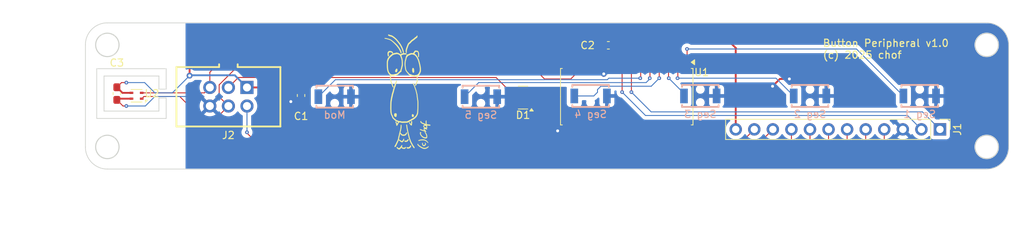
<source format=kicad_pcb>
(kicad_pcb (version 20241229) (generator "pcbnew") (generator_version "9.0")
  (title_block (company "chof.org"))
  (layers (0 "F.Cu" signal) (2 "B.Cu" signal) (13 "F.Paste" user) (15 "B.Paste" user) (5 "F.SilkS" user "F.Silkscreen") (7 "B.SilkS" user "B.Silkscreen") (1 "F.Mask" user) (3 "B.Mask" user) (25 "Edge.Cuts" user))
  (net 0 "")
  (net 1 "~{GPB_INT}")
  (net 2 "Net-(J2-Pin_3)")
  (net 3 "~{GPA_INT}")
  (net 4 "IOEXP_SCK")
  (net 5 "IOEXP_SDA")
  (net 6 "+3V3")
  (net 7 "GND")
  (net 8 "~{RESET}")
  (net 9 "Net-(U1-GPB0)")
  (net 10 "Net-(U1-GPB1)")
  (net 11 "Net-(U1-GPB2)")
  (net 12 "Net-(U1-GPB3)")
  (net 13 "Net-(U1-GPB4)")
  (net 14 "Net-(U1-GPB5)")
  (net 15 "Net-(J1-Pin_9)")
  (net 16 "Net-(J1-Pin_11)")
  (net 17 "Net-(J1-Pin_8)")
  (net 19 "Net-(J1-Pin_7)")
  (net 20 "Net-(J1-Pin_10)")
  (net 21 "Net-(J1-Pin_4)")
  (net 23 "Net-(J1-Pin_6)")
  (net 24 "Net-(J1-Pin_2)")
  (net 25 "Net-(J1-Pin_5)")
  (net 26 "Net-(J1-Pin_1)")
  (footprint "Capacitor_SMD:C_0603_1608Metric_Pad1.08x0.95mm_HandSolder" (layer "F.Cu") (at 154.2375 55 180)
    (property "Reference" "C2" (at 2.8375 0 0) (layer "F.SilkS"))
    (property "Value" "0.1uF")
    (pad "1" smd roundrect (at -0.8625 0 180) (size 1.075 0.95) (layers "F.Cu" "F.Mask" "F.Paste") (net 6 "+3V3"))
    (pad "2" smd roundrect (at 0.8625 0 180) (size 1.075 0.95) (layers "F.Cu" "F.Mask" "F.Paste") (net 7 "GND"))
  )
  (footprint "Connector_PinHeader_2.54mm:PinHeader_1x12_P2.54mm_Vertical" (layer "F.Cu") (at 199.6 66.5 -90)
    (property "Reference" "J1" (at 0 -2.38 90) (layer "F.SilkS"))
    (property "Value" "Spare Pins")
    (pad "1" thru_hole rect (at 0 0 270) (size 1.7 1.7) (drill 1) (layers "*.Cu" "*.Mask") (net 26 "Net-(J1-Pin_1)"))
    (pad "2" thru_hole circle (at 0 2.54 270) (size 1.7 1.7) (drill 1) (layers "*.Cu" "*.Mask") (net 24 "Net-(J1-Pin_2)"))
    (pad "3" thru_hole circle (at 0 5.08 270) (size 1.7 1.7) (drill 1) (layers "*.Cu" "*.Mask") (net 7 "GND"))
    (pad "4" thru_hole circle (at 0 7.62 270) (size 1.7 1.7) (drill 1) (layers "*.Cu" "*.Mask") (net 21 "Net-(J1-Pin_4)"))
    (pad "5" thru_hole circle (at 0 10.16 270) (size 1.7 1.7) (drill 1) (layers "*.Cu" "*.Mask") (net 25 "Net-(J1-Pin_5)"))
    (pad "6" thru_hole circle (at 0 12.7 270) (size 1.7 1.7) (drill 1) (layers "*.Cu" "*.Mask") (net 23 "Net-(J1-Pin_6)"))
    (pad "7" thru_hole circle (at 0 15.24 270) (size 1.7 1.7) (drill 1) (layers "*.Cu" "*.Mask") (net 19 "Net-(J1-Pin_7)"))
    (pad "8" thru_hole circle (at 0 17.78 270) (size 1.7 1.7) (drill 1) (layers "*.Cu" "*.Mask") (net 17 "Net-(J1-Pin_8)"))
    (pad "9" thru_hole circle (at 0 20.32 270) (size 1.7 1.7) (drill 1) (layers "*.Cu" "*.Mask") (net 15 "Net-(J1-Pin_9)"))
    (pad "10" thru_hole circle (at 0 22.86 270) (size 1.7 1.7) (drill 1) (layers "*.Cu" "*.Mask") (net 20 "Net-(J1-Pin_10)"))
    (pad "11" thru_hole circle (at 0 25.4 270) (size 1.7 1.7) (drill 1) (layers "*.Cu" "*.Mask") (net 16 "Net-(J1-Pin_11)"))
    (pad "12" thru_hole circle (at 0 27.94 270) (size 1.7 1.7) (drill 1) (layers "*.Cu" "*.Mask") (net 6 "+3V3"))
  )
  (footprint "Capacitor_SMD:C_0603_1608Metric_Pad1.08x0.95mm_HandSolder" (layer "F.Cu") (at 87 61.6 -90)
    (property "Reference" "C3" (at -4.2 0 0) (layer "F.SilkS"))
    (property "Value" "0.1uF")
    (pad "1" smd roundrect (at -0.8625 0 270) (size 1.075 0.95) (layers "F.Cu" "F.Mask" "F.Paste") (net 6 "+3V3"))
    (pad "2" smd roundrect (at 0.8625 0 270) (size 1.075 0.95) (layers "F.Cu" "F.Mask" "F.Paste") (net 7 "GND"))
  )
  (footprint "Package_TO_SOT_SMD:SOT-23" (layer "F.Cu") (at 142.5625 62.15 180)
    (property "Reference" "D1" (at 0 -2.4 0) (layer "F.SilkS"))
    (property "Value" "BAT54C")
    (pad "1" smd roundrect (at -0.9375 -0.95 180) (size 1.475 0.6) (layers "F.Cu" "F.Mask" "F.Paste") (net 3 "~{GPA_INT}"))
    (pad "2" smd roundrect (at -0.9375 0.95 180) (size 1.475 0.6) (layers "F.Cu" "F.Mask" "F.Paste") (net 1 "~{GPB_INT}"))
    (pad "3" smd roundrect (at 0.9375 0 180) (size 1.475 0.6) (layers "F.Cu" "F.Mask" "F.Paste") (net 2 "Net-(J2-Pin_3)"))
  )
  (footprint "Chof747_Connectors:HDR-TH_6P-P2.54-V-F-R2-C3-S2.54-4" (layer "F.Cu") (at 102.26 62.03425 180)
    (property "Reference" "J2" (at 0 -5.27 0) (layer "F.SilkS"))
    (property "Value" "IC2_Header")
    (pad "1" thru_hole rect (at -2.54 1.27 180) (size 1.8 1.8) (drill 1.100023) (layers "*.Cu" "*.Mask") (net 6 "+3V3"))
    (pad "2" thru_hole circle (at -2.54 -1.27 180) (size 1.8 1.8) (drill 1.100023) (layers "*.Cu" "*.Mask") (net 8 "~{RESET}"))
    (pad "3" thru_hole circle (at 0 1.27 180) (size 1.8 1.8) (drill 1.100023) (layers "*.Cu" "*.Mask") (net 2 "Net-(J2-Pin_3)"))
    (pad "4" thru_hole circle (at 0 -1.27 180) (size 1.8 1.8) (drill 1.100023) (layers "*.Cu" "*.Mask") (net 5 "IOEXP_SDA"))
    (pad "5" thru_hole circle (at 2.54 1.27 180) (size 1.8 1.8) (drill 1.100023) (layers "*.Cu" "*.Mask") (net 4 "IOEXP_SCK"))
    (pad "6" thru_hole circle (at 2.54 -1.27 180) (size 1.8 1.8) (drill 1.100023) (layers "*.Cu" "*.Mask") (net 7 "GND"))
  )
  (footprint "Capacitor_SMD:C_0603_1608Metric_Pad1.08x0.95mm_HandSolder" (layer "F.Cu") (at 112.2 61.8625 -90)
    (property "Reference" "C1" (at 2.8375 0 180) (layer "F.SilkS"))
    (property "Value" "10uF")
    (pad "1" smd roundrect (at -0.8625 0 270) (size 1.075 0.95) (layers "F.Cu" "F.Mask" "F.Paste") (net 6 "+3V3"))
    (pad "2" smd roundrect (at 0.8625 0 270) (size 1.075 0.95) (layers "F.Cu" "F.Mask" "F.Paste") (net 7 "GND"))
  )
  (footprint "Sensor_Humidity:Sensirion_DFN-4_1.5x1.5mm_P0.8mm_SHT4x_NoCentralPad" (layer "F.Cu") (at 89.7 61.9 180)
    (property "Reference" "U2" (at -2.1 0.3 0) (layer "F.SilkS"))
    (property "Value" "SHT4x")
    (pad "1" smd rect (at -0.7 -0.4 180) (size 0.5 0.3) (layers "F.Cu" "F.Mask" "F.Paste") (net 5 "IOEXP_SDA"))
    (pad "2" smd rect (at -0.7 0.4 180) (size 0.5 0.3) (layers "F.Cu" "F.Mask" "F.Paste") (net 4 "IOEXP_SCK"))
    (pad "3" smd rect (at 0.7 0.4 180) (size 0.5 0.3) (layers "F.Cu" "F.Mask" "F.Paste") (net 6 "+3V3"))
    (pad "4" smd rect (at 0.7 -0.4 180) (size 0.5 0.3) (layers "F.Cu" "F.Mask" "F.Paste") (net 7 "GND"))
  )
  (footprint "LOGO" (layer "F.Cu") (at 126.5 61.8)
    (property "Reference" "G***" (hide yes))
    (property "Value" "LOGO" (hide yes))
  )
  (footprint "Package_SO:SOIC-28W_7.5x17.9mm_P1.27mm" (layer "F.Cu") (at 156.755 62.02675 -90)
    (property "Reference" "U1" (at -3.32675 -10.245 180) (layer "F.SilkS"))
    (property "Value" "MCP23017_SO")
    (pad "1" smd roundrect (at -4.65 -8.255 270) (size 2.05 0.6) (layers "F.Cu" "F.Mask" "F.Paste") (net 9 "Net-(U1-GPB0)"))
    (pad "2" smd roundrect (at -4.65 -6.985 270) (size 2.05 0.6) (layers "F.Cu" "F.Mask" "F.Paste") (net 10 "Net-(U1-GPB1)"))
    (pad "3" smd roundrect (at -4.65 -5.715 270) (size 2.05 0.6) (layers "F.Cu" "F.Mask" "F.Paste") (net 11 "Net-(U1-GPB2)"))
    (pad "4" smd roundrect (at -4.65 -4.445 270) (size 2.05 0.6) (layers "F.Cu" "F.Mask" "F.Paste") (net 12 "Net-(U1-GPB3)"))
    (pad "5" smd roundrect (at -4.65 -3.175 270) (size 2.05 0.6) (layers "F.Cu" "F.Mask" "F.Paste") (net 13 "Net-(U1-GPB4)"))
    (pad "6" smd roundrect (at -4.65 -1.905 270) (size 2.05 0.6) (layers "F.Cu" "F.Mask" "F.Paste") (net 14 "Net-(U1-GPB5)"))
    (pad "7" smd roundrect (at -4.65 -0.635 270) (size 2.05 0.6) (layers "F.Cu" "F.Mask" "F.Paste") (net 26 "Net-(J1-Pin_1)"))
    (pad "8" smd roundrect (at -4.65 0.635 270) (size 2.05 0.6) (layers "F.Cu" "F.Mask" "F.Paste") (net 24 "Net-(J1-Pin_2)"))
    (pad "9" smd roundrect (at -4.65 1.905 270) (size 2.05 0.6) (layers "F.Cu" "F.Mask" "F.Paste") (net 6 "+3V3"))
    (pad "10" smd roundrect (at -4.65 3.175 270) (size 2.05 0.6) (layers "F.Cu" "F.Mask" "F.Paste") (net 7 "GND"))
    (pad "11" smd roundrect (at -4.65 4.445 270) (size 2.05 0.6) (layers "F.Cu" "F.Mask" "F.Paste"))
    (pad "12" smd roundrect (at -4.65 5.715 270) (size 2.05 0.6) (layers "F.Cu" "F.Mask" "F.Paste") (net 4 "IOEXP_SCK"))
    (pad "13" smd roundrect (at -4.65 6.985 270) (size 2.05 0.6) (layers "F.Cu" "F.Mask" "F.Paste") (net 5 "IOEXP_SDA"))
    (pad "14" smd roundrect (at -4.65 8.255 270) (size 2.05 0.6) (layers "F.Cu" "F.Mask" "F.Paste"))
    (pad "15" smd roundrect (at 4.65 8.255 270) (size 2.05 0.6) (layers "F.Cu" "F.Mask" "F.Paste") (net 7 "GND"))
    (pad "16" smd roundrect (at 4.65 6.985 270) (size 2.05 0.6) (layers "F.Cu" "F.Mask" "F.Paste") (net 7 "GND"))
    (pad "17" smd roundrect (at 4.65 5.715 270) (size 2.05 0.6) (layers "F.Cu" "F.Mask" "F.Paste") (net 7 "GND"))
    (pad "18" smd roundrect (at 4.65 4.445 270) (size 2.05 0.6) (layers "F.Cu" "F.Mask" "F.Paste") (net 8 "~{RESET}"))
    (pad "19" smd roundrect (at 4.65 3.175 270) (size 2.05 0.6) (layers "F.Cu" "F.Mask" "F.Paste") (net 1 "~{GPB_INT}"))
    (pad "20" smd roundrect (at 4.65 1.905 270) (size 2.05 0.6) (layers "F.Cu" "F.Mask" "F.Paste") (net 3 "~{GPA_INT}"))
    (pad "21" smd roundrect (at 4.65 0.635 270) (size 2.05 0.6) (layers "F.Cu" "F.Mask" "F.Paste") (net 21 "Net-(J1-Pin_4)"))
    (pad "22" smd roundrect (at 4.65 -0.635 270) (size 2.05 0.6) (layers "F.Cu" "F.Mask" "F.Paste") (net 25 "Net-(J1-Pin_5)"))
    (pad "23" smd roundrect (at 4.65 -1.905 270) (size 2.05 0.6) (layers "F.Cu" "F.Mask" "F.Paste") (net 23 "Net-(J1-Pin_6)"))
    (pad "24" smd roundrect (at 4.65 -3.175 270) (size 2.05 0.6) (layers "F.Cu" "F.Mask" "F.Paste") (net 19 "Net-(J1-Pin_7)"))
    (pad "25" smd roundrect (at 4.65 -4.445 270) (size 2.05 0.6) (layers "F.Cu" "F.Mask" "F.Paste") (net 17 "Net-(J1-Pin_8)"))
    (pad "26" smd roundrect (at 4.65 -5.715 270) (size 2.05 0.6) (layers "F.Cu" "F.Mask" "F.Paste") (net 15 "Net-(J1-Pin_9)"))
    (pad "27" smd roundrect (at 4.65 -6.985 270) (size 2.05 0.6) (layers "F.Cu" "F.Mask" "F.Paste") (net 20 "Net-(J1-Pin_10)"))
    (pad "28" smd roundrect (at 4.65 -8.255 270) (size 2.05 0.6) (layers "F.Cu" "F.Mask" "F.Paste") (net 16 "Net-(J1-Pin_11)"))
  )
  (footprint "Chof747_Footprints:KEY-SMD_L3.9-W3.0-LS5.0-EH" (layer "B.Cu") (at 196.83 61.92675)
    (property "Reference" "SW1" (hide yes))
    (property "Value" "Seg 1" (at 0 2.5 180) (layer "B.SilkS") (effects (justify mirror)))
    (pad "" np_thru_hole circle (at 0 -0.9) (size 0.7 0.7) (drill 0.7) (layers "*.Cu" "*.Mask"))
    (pad "" np_thru_hole circle (at 0 0.9) (size 0.7 0.7) (drill 0.7) (layers "*.Cu" "*.Mask"))
    (pad "1" smd rect (at -2.23 0) (size 1.05 2) (layers "B.Cu" "B.Mask" "B.Paste") (net 9 "Net-(U1-GPB0)"))
    (pad "2" smd rect (at 2.23 0) (size 1.05 2) (layers "B.Cu" "B.Mask" "B.Paste") (net 7 "GND"))
  )
  (footprint "Chof747_Footprints:KEY-SMD_L3.9-W3.0-LS5.0-EH" (layer "B.Cu") (at 151.8075 61.92675)
    (property "Reference" "SW4" (hide yes))
    (property "Value" "Seg 4" (at 0 2.5 180) (layer "B.SilkS") (effects (justify mirror)))
    (pad "" np_thru_hole circle (at 0 -0.9) (size 0.7 0.7) (drill 0.7) (layers "*.Cu" "*.Mask"))
    (pad "" np_thru_hole circle (at 0 0.9) (size 0.7 0.7) (drill 0.7) (layers "*.Cu" "*.Mask"))
    (pad "1" smd rect (at -2.23 0) (size 1.05 2) (layers "B.Cu" "B.Mask" "B.Paste") (net 12 "Net-(U1-GPB3)"))
    (pad "2" smd rect (at 2.23 0) (size 1.05 2) (layers "B.Cu" "B.Mask" "B.Paste") (net 7 "GND"))
  )
  (footprint "Chof747_Footprints:KEY-SMD_L3.9-W3.0-LS5.0-EH" (layer "B.Cu") (at 136.8 62.02675)
    (property "Reference" "SW5" (hide yes))
    (property "Value" "Seg 5" (at 0 2.5 180) (layer "B.SilkS") (effects (justify mirror)))
    (pad "" np_thru_hole circle (at 0 -0.9) (size 0.7 0.7) (drill 0.7) (layers "*.Cu" "*.Mask"))
    (pad "" np_thru_hole circle (at 0 0.9) (size 0.7 0.7) (drill 0.7) (layers "*.Cu" "*.Mask"))
    (pad "1" smd rect (at -2.23 0) (size 1.05 2) (layers "B.Cu" "B.Mask" "B.Paste") (net 13 "Net-(U1-GPB4)"))
    (pad "2" smd rect (at 2.23 0) (size 1.05 2) (layers "B.Cu" "B.Mask" "B.Paste") (net 7 "GND"))
  )
  (footprint "Chof747_Footprints:KEY-SMD_L3.9-W3.0-LS5.0-EH" (layer "B.Cu") (at 166.815 61.92675)
    (property "Reference" "SW3" (hide yes))
    (property "Value" "Seg 3" (at 0 2.5 180) (layer "B.SilkS") (effects (justify mirror)))
    (pad "" np_thru_hole circle (at 0 -0.9) (size 0.7 0.7) (drill 0.7) (layers "*.Cu" "*.Mask"))
    (pad "" np_thru_hole circle (at 0 0.9) (size 0.7 0.7) (drill 0.7) (layers "*.Cu" "*.Mask"))
    (pad "1" smd rect (at -2.23 0) (size 1.05 2) (layers "B.Cu" "B.Mask" "B.Paste") (net 11 "Net-(U1-GPB2)"))
    (pad "2" smd rect (at 2.23 0) (size 1.05 2) (layers "B.Cu" "B.Mask" "B.Paste") (net 7 "GND"))
  )
  (footprint "Chof747_Footprints:KEY-SMD_L3.9-W3.0-LS5.0-EH" (layer "B.Cu") (at 116.8 62.02675)
    (property "Reference" "SW6" (hide yes))
    (property "Value" "Mod" (at 0 2.5 180) (layer "B.SilkS") (effects (justify mirror)))
    (pad "" np_thru_hole circle (at 0 -0.9) (size 0.7 0.7) (drill 0.7) (layers "*.Cu" "*.Mask"))
    (pad "" np_thru_hole circle (at 0 0.9) (size 0.7 0.7) (drill 0.7) (layers "*.Cu" "*.Mask"))
    (pad "1" smd rect (at -2.23 0) (size 1.05 2) (layers "B.Cu" "B.Mask" "B.Paste") (net 14 "Net-(U1-GPB5)"))
    (pad "2" smd rect (at 2.23 0) (size 1.05 2) (layers "B.Cu" "B.Mask" "B.Paste") (net 7 "GND"))
  )
  (footprint "Chof747_Footprints:KEY-SMD_L3.9-W3.0-LS5.0-EH" (layer "B.Cu") (at 181.8225 61.92675)
    (property "Reference" "SW2" (hide yes))
    (property "Value" "Seg 2" (at 0 2.5 180) (layer "B.SilkS") (effects (justify mirror)))
    (pad "" np_thru_hole circle (at 0 -0.9) (size 0.7 0.7) (drill 0.7) (layers "*.Cu" "*.Mask"))
    (pad "" np_thru_hole circle (at 0 0.9) (size 0.7 0.7) (drill 0.7) (layers "*.Cu" "*.Mask"))
    (pad "1" smd rect (at -2.23 0) (size 1.05 2) (layers "B.Cu" "B.Mask" "B.Paste") (net 10 "Net-(U1-GPB1)"))
    (pad "2" smd rect (at 2.23 0) (size 1.05 2) (layers "B.Cu" "B.Mask" "B.Paste") (net 7 "GND"))
  )
  (gr_line (start 93.75 58.2) (end 93.75 61) (stroke (width 0.1)) (layer "Edge.Cuts"))
  (gr_line (start 92.75 59.2) (end 92.75 61) (stroke (width 0.1)) (layer "Edge.Cuts"))
  (gr_circle (center 85.7 54.941738) (end 87.3 54.9) (stroke (width 0.15)) (fill no) (layer "Edge.Cuts"))
  (gr_line (start 84.25 58.2) (end 93.75 58.2) (stroke (width 0.1)) (layer "Edge.Cuts"))
  (gr_line (start 84.25 65) (end 93.75 65) (stroke (width 0.1)) (layer "Edge.Cuts"))
  (gr_line (start 206 71.92675) (end 85.7 71.92675) (stroke (width 0.1)) (layer "Edge.Cuts"))
  (gr_circle (center 206 54.941738) (end 207.6 54.9) (stroke (width 0.15)) (fill no) (layer "Edge.Cuts"))
  (gr_arc (start 82.7 54.92675) (mid 83.57868 52.80543) (end 85.7 51.92675) (stroke (width 0.1)) (layer "Edge.Cuts"))
  (gr_line (start 85.7 51.92675) (end 206 51.92675) (stroke (width 0.1)) (layer "Edge.Cuts"))
  (gr_arc (start 85.7 71.92675) (mid 83.57868 71.04807) (end 82.7 68.92675) (stroke (width 0.1)) (layer "Edge.Cuts"))
  (gr_line (start 85.25 64) (end 85.25 59.2) (stroke (width 0.1)) (layer "Edge.Cuts"))
  (gr_line (start 84.25 65) (end 84.25 58.2) (stroke (width 0.1)) (layer "Edge.Cuts"))
  (gr_line (start 92.75 61) (end 93.75 61) (stroke (width 0.1)) (layer "Edge.Cuts"))
  (gr_circle (center 206 68.9) (end 207.6 68.858262) (stroke (width 0.15)) (fill no) (layer "Edge.Cuts"))
  (gr_line (start 209 54.92675) (end 209 68.92675) (stroke (width 0.1)) (layer "Edge.Cuts"))
  (gr_arc (start 209 68.92675) (mid 208.121303 71.048038) (end 206 71.92675) (stroke (width 0.1)) (layer "Edge.Cuts"))
  (gr_line (start 92.75 59.2) (end 85.25 59.2) (stroke (width 0.1)) (layer "Edge.Cuts"))
  (gr_line (start 92.75 64) (end 85.25 64) (stroke (width 0.1)) (layer "Edge.Cuts"))
  (gr_circle (center 85.7 68.9) (end 87.3 68.858262) (stroke (width 0.15)) (fill no) (layer "Edge.Cuts"))
  (gr_line (start 93.75 62.2) (end 93.75 65) (stroke (width 0.1)) (layer "Edge.Cuts"))
  (gr_line (start 82.7 68.92675) (end 82.7 54.92675) (stroke (width 0.1)) (layer "Edge.Cuts"))
  (gr_line (start 92.75 62.2) (end 92.75 64) (stroke (width 0.1)) (layer "Edge.Cuts"))
  (gr_arc (start 206 51.92675) (mid 208.121338 52.805427) (end 209 54.92675) (stroke (width 0.1)) (layer "Edge.Cuts"))
  (gr_line (start 92.75 62.2) (end 93.75 62.2) (stroke (width 0.1)) (layer "Edge.Cuts"))
  (gr_text "Button Peripheral v1.0\n(c) 2025 chof" (at 183.5 56.9 0) (layer "F.SilkS") (effects (font (size 1 1)) (justify left bottom)))
  (segment (start 142.1 63.1) (end 143.5 61.7) (width 0.13) (layer "F.Cu") (net 1))
  (segment (start 143.5 61.7) (end 143.5 61.2) (width 0.13) (layer "F.Cu") (net 1))
  (segment (start 153.58 66.67675) (end 153.58 65.58) (width 0.13) (layer "F.Cu") (net 1))
  (segment (start 143.2 65) (end 142.1 63.9) (width 0.13) (layer "F.Cu") (net 1))
  (segment (start 153.58 65.58) (end 153 65) (width 0.13) (layer "F.Cu") (net 1))
  (segment (start 142.1 63.9) (end 142.1 63.1) (width 0.13) (layer "F.Cu") (net 1))
  (segment (start 153 65) (end 143.2 65) (width 0.13) (layer "F.Cu") (net 1))
  (segment (start 102.26 60.76425) (end 103.62425 59.4) (width 0.13) (layer "F.Cu") (net 2))
  (segment (start 103.62425 59.4) (end 138.875 59.4) (width 0.13) (layer "F.Cu") (net 2))
  (segment (start 138.875 59.4) (end 141.625 62.15) (width 0.13) (layer "F.Cu") (net 2))
  (segment (start 154.85 66.67675) (end 154.85 64.15) (width 0.13) (layer "F.Cu") (net 3))
  (segment (start 154.4 63.7) (end 145.7 63.7) (width 0.13) (layer "F.Cu") (net 3))
  (segment (start 145.1 63.1) (end 143.5 63.1) (width 0.13) (layer "F.Cu") (net 3))
  (segment (start 154.85 64.15) (end 154.4 63.7) (width 0.13) (layer "F.Cu") (net 3))
  (segment (start 145.7 63.7) (end 145.1 63.1) (width 0.13) (layer "F.Cu") (net 3))
  (segment (start 151.04 56.44) (end 151.04 57.37675) (width 0.13) (layer "F.Cu") (net 4))
  (segment (start 99.72 58.68) (end 103 55.4) (width 0.13) (layer "F.Cu") (net 4))
  (segment (start 99.72 60.76425) (end 99.72 58.68) (width 0.13) (layer "F.Cu") (net 4))
  (segment (start 90.4 61.5) (end 98.98425 61.5) (width 0.13) (layer "F.Cu") (net 4))
  (segment (start 150 55.4) (end 151.04 56.44) (width 0.13) (layer "F.Cu") (net 4))
  (segment (start 98.98425 61.5) (end 99.72 60.76425) (width 0.13) (layer "F.Cu") (net 4))
  (segment (start 103 55.4) (end 150 55.4) (width 0.13) (layer "F.Cu") (net 4))
  (segment (start 102.26 63.30425) (end 101 62.04425) (width 0.13) (layer "F.Cu") (net 5))
  (segment (start 95.6 62) (end 98.5 64.9) (width 0.13) (layer "F.Cu") (net 5))
  (segment (start 145.5 59.6) (end 149.1 59.6) (width 0.13) (layer "F.Cu") (net 5))
  (segment (start 149.1 59.6) (end 149.77 58.93) (width 0.13) (layer "F.Cu") (net 5))
  (segment (start 101 60.4) (end 104.5 56.9) (width 0.13) (layer "F.Cu") (net 5))
  (segment (start 90.4 62.3) (end 90.7 62) (width 0.13) (layer "F.Cu") (net 5))
  (segment (start 104.5 56.9) (end 142.8 56.9) (width 0.13) (layer "F.Cu") (net 5))
  (segment (start 90.7 62) (end 95.6 62) (width 0.13) (layer "F.Cu") (net 5))
  (segment (start 149.77 58.93) (end 149.77 57.37675) (width 0.13) (layer "F.Cu") (net 5))
  (segment (start 98.5 64.9) (end 100.66425 64.9) (width 0.13) (layer "F.Cu") (net 5))
  (segment (start 101 62.04425) (end 101 60.4) (width 0.13) (layer "F.Cu") (net 5))
  (segment (start 142.8 56.9) (end 145.5 59.6) (width 0.13) (layer "F.Cu") (net 5))
  (segment (start 100.66425 64.9) (end 102.26 63.30425) (width 0.13) (layer "F.Cu") (net 5))
  (segment (start 87 60.7375) (end 87.6375 60.1) (width 0.13) (layer "F.Cu") (net 6))
  (segment (start 96.95 57.45) (end 100.6 53.8) (width 0.25) (layer "F.Cu") (net 6))
  (segment (start 104.8 60.76425) (end 111.96425 60.76425) (width 0.25) (layer "F.Cu") (net 6))
  (segment (start 87.6375 60.1) (end 88.3 60.1) (width 0.13) (layer "F.Cu") (net 6))
  (segment (start 87.7625 61.5) (end 87 60.7375) (width 0.25) (layer "F.Cu") (net 6))
  (segment (start 100.6 53.8) (end 154.8 53.8) (width 0.25) (layer "F.Cu") (net 6))
  (segment (start 89 61.5) (end 87.7625 61.5) (width 0.25) (layer "F.Cu") (net 6))
  (segment (start 96.95 59.15) (end 96.95 57.45) (width 0.25) (layer "F.Cu") (net 6))
  (segment (start 154.8 53.8) (end 155.1 54.1) (width 0.25) (layer "F.Cu") (net 6))
  (segment (start 155.1 54.1) (end 155.1 55) (width 0.25) (layer "F.Cu") (net 6))
  (segment (start 171.7 55.4) (end 171.66 55.44) (width 0.25) (layer "F.Cu") (net 6))
  (segment (start 171.66 55.44) (end 171.66 66.5) (width 0.25) (layer "F.Cu") (net 6))
  (segment (start 154.85 55.25) (end 155.1 55) (width 0.25) (layer "F.Cu") (net 6))
  (segment (start 154.85 57.37675) (end 154.85 55.25) (width 0.25) (layer "F.Cu") (net 6))
  (segment (start 154.8 53.8) (end 170.1 53.8) (width 0.25) (layer "F.Cu") (net 6))
  (segment (start 111.96425 60.76425) (end 112.2 61) (width 0.25) (layer "F.Cu") (net 6))
  (segment (start 170.1 53.8) (end 171.7 55.4) (width 0.25) (layer "F.Cu") (net 6))
  (via (at 96.95 59.15) (size 0.8) (drill 0.4) (layers "F.Cu" "B.Cu") (net 6))
  (via (at 88.3 60.1) (size 0.5) (drill 0.2) (layers "F.Cu" "B.Cu") (net 6))
  (segment (start 88.3 60.1) (end 90.8 60.1) (width 0.13) (layer "B.Cu") (net 6))
  (segment (start 103.13575 59.1) (end 104.8 60.76425) (width 0.25) (layer "B.Cu") (net 6))
  (segment (start 96.95 59.15) (end 97 59.1) (width 0.13) (layer "B.Cu") (net 6))
  (segment (start 94.6 61.5) (end 96.95 59.15) (width 0.13) (layer "B.Cu") (net 6))
  (segment (start 92.2 61.5) (end 94.6 61.5) (width 0.13) (layer "B.Cu") (net 6))
  (segment (start 97 59.1) (end 103.13575 59.1) (width 0.25) (layer "B.Cu") (net 6))
  (segment (start 90.8 60.1) (end 92.2 61.5) (width 0.13) (layer "B.Cu") (net 6))
  (segment (start 149.77 66.67675) (end 148.5 66.67675) (width 0.25) (layer "F.Cu") (net 7))
  (segment (start 153.58 57.37675) (end 153.58 55.205) (width 0.25) (layer "F.Cu") (net 7))
  (segment (start 88.30425 63.30425) (end 88.3 63.3) (width 0.13) (layer "F.Cu") (net 7))
  (segment (start 110.825 62.725) (end 110.8 62.7) (width 0.25) (layer "F.Cu") (net 7))
  (segment (start 89 62.3) (end 87.1625 62.3) (width 0.25) (layer "F.Cu") (net 7))
  (segment (start 87.1625 62.3) (end 87 62.4625) (width 0.25) (layer "F.Cu") (net 7))
  (segment (start 147.32325 66.67675) (end 147.3 66.7) (width 0.25) (layer "F.Cu") (net 7))
  (segment (start 153.58 55.205) (end 153.375 55) (width 0.25) (layer "F.Cu") (net 7))
  (segment (start 148.5 66.67675) (end 147.32325 66.67675) (width 0.25) (layer "F.Cu") (net 7))
  (segment (start 177.7 59.6) (end 179 59.6) (width 0.25) (layer "F.Cu") (net 7))
  (segment (start 112.2 62.725) (end 110.825 62.725) (width 0.25) (layer "F.Cu") (net 7))
  (segment (start 153.58 58.88) (end 153.607707 58.907707) (width 0.25) (layer "F.Cu") (net 7))
  (segment (start 87 62.4625) (end 87.8375 63.3) (width 0.13) (layer "F.Cu") (net 7))
  (segment (start 151.04 66.67675) (end 149.77 66.67675) (width 0.25) (layer "F.Cu") (net 7))
  (segment (start 153.58 57.37675) (end 153.58 58.88) (width 0.25) (layer "F.Cu") (net 7))
  (segment (start 87.8375 63.3) (end 88.3 63.3) (width 0.13) (layer "F.Cu") (net 7))
  (segment (start 176.7 60.6) (end 177.7 59.6) (width 0.25) (layer "F.Cu") (net 7))
  (via (at 88.3 63.3) (size 0.5) (drill 0.2) (layers "F.Cu" "B.Cu") (net 7))
  (via (at 179 59.6) (size 0.8) (drill 0.4) (layers "F.Cu" "B.Cu") (net 7))
  (via (at 110.8 62.7) (size 0.8) (drill 0.4) (layers "F.Cu" "B.Cu") (net 7))
  (via (at 153.607707 58.907707) (size 0.8) (drill 0.4) (layers "F.Cu" "B.Cu") (net 7))
  (via (at 176.7 60.6) (size 0.8) (drill 0.4) (layers "F.Cu" "B.Cu") (net 7))
  (via (at 147.3 66.7) (size 0.8) (drill 0.4) (layers "F.Cu" "B.Cu") (net 7))
  (segment (start 92.2 62) (end 98.41575 62) (width 0.13) (layer "B.Cu") (net 7))
  (segment (start 88.3 63.3) (end 90.9 63.3) (width 0.13) (layer "B.Cu") (net 7))
  (segment (start 90.9 63.3) (end 92.2 62) (width 0.13) (layer "B.Cu") (net 7))
  (segment (start 98.41575 62) (end 99.72 63.30425) (width 0.13) (layer "B.Cu") (net 7))
  (segment (start 106.5 68.7) (end 104.8 67) (width 0.13) (layer "F.Cu") (net 8))
  (segment (start 152.31 67.701749) (end 151.311749 68.7) (width 0.13) (layer "F.Cu") (net 8))
  (segment (start 152.31 66.67675) (end 152.31 67.701749) (width 0.13) (layer "F.Cu") (net 8))
  (segment (start 151.311749 68.7) (end 106.5 68.7) (width 0.13) (layer "F.Cu") (net 8))
  (segment (start 104.8 67) (end 104.8 66.9) (width 0.13) (layer "F.Cu") (net 8))
  (via (at 104.8 66.9) (size 0.5) (drill 0.2) (layers "F.Cu" "B.Cu") (net 8))
  (segment (start 104.8 66.9) (end 104.8 63.30425) (width 0.13) (layer "B.Cu") (net 8))
  (segment (start 165.01 55.51) (end 165.01 57.37675) (width 0.13) (layer "F.Cu") (net 9))
  (segment (start 165 55.5) (end 165.01 55.51) (width 0.13) (layer "F.Cu") (net 9))
  (via (at 165 55.5) (size 0.5) (drill 0.2) (layers "F.Cu" "B.Cu") (net 9))
  (segment (start 188.17325 55.5) (end 165 55.5) (width 0.13) (layer "B.Cu") (net 9))
  (segment (start 194.6 61.92675) (end 188.17325 55.5) (width 0.13) (layer "B.Cu") (net 9))
  (segment (start 163.7 59.5) (end 163.74 59.46) (width 0.13) (layer "F.Cu") (net 10))
  (segment (start 163.74 59.46) (end 163.74 57.37675) (width 0.13) (layer "F.Cu") (net 10))
  (via (at 163.7 59.5) (size 0.5) (drill 0.2) (layers "F.Cu" "B.Cu") (net 10))
  (segment (start 177.16575 59.5) (end 163.7 59.5) (width 0.13) (layer "B.Cu") (net 10))
  (segment (start 179.5925 61.92675) (end 177.16575 59.5) (width 0.13) (layer "B.Cu") (net 10))
  (segment (start 162.47 59.47) (end 162.47 57.37675) (width 0.13) (layer "F.Cu") (net 11))
  (segment (start 162.5 59.5) (end 162.47 59.47) (width 0.13) (layer "F.Cu") (net 11))
  (via (at 162.5 59.5) (size 0.5) (drill 0.2) (layers "F.Cu" "B.Cu") (net 11))
  (segment (start 164.585 61.585) (end 162.5 59.5) (width 0.13) (layer "B.Cu") (net 11))
  (segment (start 164.585 61.92675) (end 164.585 61.585) (width 0.13) (layer "B.Cu") (net 11))
  (segment (start 161.2 59.5) (end 161.2 57.37675) (width 0.13) (layer "F.Cu") (net 12))
  (via (at 161.2 59.5) (size 0.5) (drill 0.2) (layers "F.Cu" "B.Cu") (net 12))
  (segment (start 152.7535 61.418596) (end 152.7535 61.05725) (width 0.13) (layer "B.Cu") (net 12))
  (segment (start 149.5775 61.92675) (end 152.245346 61.92675) (width 0.13) (layer "B.Cu") (net 12))
  (segment (start 152.7535 61.05725) (end 153.21075 60.6) (width 0.13) (layer "B.Cu") (net 12))
  (segment (start 160.1 60.6) (end 161.2 59.5) (width 0.13) (layer "B.Cu") (net 12))
  (segment (start 152.245346 61.92675) (end 152.7535 61.418596) (width 0.13) (layer "B.Cu") (net 12))
  (segment (start 153.21075 60.6) (end 160.1 60.6) (width 0.13) (layer "B.Cu") (net 12))
  (segment (start 159.93 59.47) (end 159.9 59.5) (width 0.13) (layer "F.Cu") (net 13))
  (segment (start 159.93 57.37675) (end 159.93 59.47) (width 0.13) (layer "F.Cu") (net 13))
  (via (at 159.9 59.5) (size 0.5) (drill 0.2) (layers "F.Cu" "B.Cu") (net 13))
  (segment (start 159.4 60.1) (end 136.49675 60.1) (width 0.13) (layer "B.Cu") (net 13))
  (segment (start 159.9 59.5) (end 159.9 59.6) (width 0.13) (layer "B.Cu") (net 13))
  (segment (start 159.9 59.6) (end 159.4 60.1) (width 0.13) (layer "B.Cu") (net 13))
  (segment (start 136.49675 60.1) (end 134.57 62.02675) (width 0.13) (layer "B.Cu") (net 13))
  (segment (start 158.66 59.44) (end 158.6 59.5) (width 0.13) (layer "F.Cu") (net 14))
  (segment (start 158.66 57.37675) (end 158.66 59.44) (width 0.13) (layer "F.Cu") (net 14))
  (via (at 158.6 59.5) (size 0.5) (drill 0.2) (layers "F.Cu" "B.Cu") (net 14))
  (segment (start 154.3 59.5) (end 154.1 59.7) (width 0.13) (layer "B.Cu") (net 14))
  (segment (start 154.1 59.7) (end 116.89675 59.7) (width 0.13) (layer "B.Cu") (net 14))
  (segment (start 116.89675 59.7) (end 114.57 62.02675) (width 0.13) (layer "B.Cu") (net 14))
  (segment (start 158.6 59.5) (end 154.3 59.5) (width 0.13) (layer "B.Cu") (net 14))
  (segment (start 162.47 67.87) (end 163.5 68.9) (width 0.13) (layer "F.Cu") (net 15))
  (segment (start 162.47 66.67675) (end 162.47 67.87) (width 0.13) (layer "F.Cu") (net 15))
  (segment (start 179.28 67.82) (end 179.28 66.5) (width 0.13) (layer "F.Cu") (net 15))
  (segment (start 163.5 68.9) (end 178.2 68.9) (width 0.13) (layer "F.Cu") (net 15))
  (segment (start 178.2 68.9) (end 179.28 67.82) (width 0.13) (layer "F.Cu") (net 15))
  (segment (start 174.2 66.5) (end 172.8 67.9) (width 0.13) (layer "F.Cu") (net 16))
  (segment (start 172.8 67.9) (end 172.7 67.9) (width 0.13) (layer "F.Cu") (net 16))
  (segment (start 165.01 66.67675) (end 166.23325 67.9) (width 0.13) (layer "F.Cu") (net 16))
  (segment (start 166.23325 67.9) (end 172.7 67.9) (width 0.13) (layer "F.Cu") (net 16))
  (segment (start 161.7 69.3) (end 181.4 69.3) (width 0.13) (layer "F.Cu") (net 17))
  (segment (start 161.2 66.67675) (end 161.2 68.8) (width 0.13) (layer "F.Cu") (net 17))
  (segment (start 181.4 69.3) (end 181.82 68.88) (width 0.13) (layer "F.Cu") (net 17))
  (segment (start 181.82 68.88) (end 181.82 66.5) (width 0.13) (layer "F.Cu") (net 17))
  (segment (start 161.2 68.8) (end 161.7 69.3) (width 0.13) (layer "F.Cu") (net 17))
  (segment (start 159.93 66.67675) (end 159.93 69.33) (width 0.13) (layer "F.Cu") (net 19))
  (segment (start 159.93 69.33) (end 160.4 69.8) (width 0.13) (layer "F.Cu") (net 19))
  (segment (start 183.6 69.8) (end 184.36 69.04) (width 0.13) (layer "F.Cu") (net 19))
  (segment (start 184.36 69.04) (end 184.36 66.5) (width 0.13) (layer "F.Cu") (net 19))
  (segment (start 160.4 69.8) (end 183.6 69.8) (width 0.13) (layer "F.Cu") (net 19))
  (segment (start 174.84 68.4) (end 176.74 66.5) (width 0.13) (layer "F.Cu") (net 20))
  (segment (start 164.438251 68.4) (end 174.84 68.4) (width 0.13) (layer "F.Cu") (net 20))
  (segment (start 163.74 67.701749) (end 164.438251 68.4) (width 0.13) (layer "F.Cu") (net 20))
  (segment (start 163.74 66.67675) (end 163.74 67.701749) (width 0.13) (layer "F.Cu") (net 20))
  (segment (start 191.3 71.5) (end 192 70.8) (width 0.13) (layer "F.Cu") (net 21))
  (segment (start 156.12 66.67675) (end 156.12 70.62) (width 0.13) (layer "F.Cu") (net 21))
  (segment (start 191.98 70.78) (end 191.98 66.5) (width 0.13) (layer "F.Cu") (net 21))
  (segment (start 156.12 70.62) (end 157 71.5) (width 0.13) (layer "F.Cu") (net 21))
  (segment (start 157 71.5) (end 191.3 71.5) (width 0.13) (layer "F.Cu") (net 21))
  (segment (start 192 70.8) (end 191.98 70.78) (width 0.13) (layer "F.Cu") (net 21))
  (segment (start 186.3 70.4) (end 186.9 69.8) (width 0.13) (layer "F.Cu") (net 23))
  (segment (start 186.9 69.8) (end 186.9 66.5) (width 0.13) (layer "F.Cu") (net 23))
  (segment (start 158.66 66.67675) (end 158.66 69.86) (width 0.13) (layer "F.Cu") (net 23))
  (segment (start 158.66 69.86) (end 159.2 70.4) (width 0.13) (layer "F.Cu") (net 23))
  (segment (start 159.2 70.4) (end 186.3 70.4) (width 0.13) (layer "F.Cu") (net 23))
  (segment (start 156.12 57.37675) (end 156.12 61.4) (width 0.13) (layer "F.Cu") (net 24))
  (via (at 156.12 61.4) (size 0.5) (drill 0.2) (layers "F.Cu" "B.Cu") (net 24))
  (segment (start 159.32 64.6) (end 195.16 64.6) (width 0.13) (layer "B.Cu") (net 24))
  (segment (start 156.12 61.4) (end 159.32 64.6) (width 0.13) (layer "B.Cu") (net 24))
  (segment (start 195.16 64.6) (end 197.06 66.5) (width 0.13) (layer "B.Cu") (net 24))
  (segment (start 189.44 70.36) (end 189.44 66.5) (width 0.13) (layer "F.Cu") (net 25))
  (segment (start 157.39 70.29) (end 158.1 71) (width 0.13) (layer "F.Cu") (net 25))
  (segment (start 157.39 66.67675) (end 157.39 70.29) (width 0.13) (layer "F.Cu") (net 25))
  (segment (start 158.1 71) (end 188.8 71) (width 0.13) (layer "F.Cu") (net 25))
  (segment (start 188.8 71) (end 189.44 70.36) (width 0.13) (layer "F.Cu") (net 25))
  (segment (start 157.39 57.37675) (end 157.39 61.4) (width 0.13) (layer "F.Cu") (net 26))
  (via (at 157.39 61.4) (size 0.5) (drill 0.2) (layers "F.Cu" "B.Cu") (net 26))
  (segment (start 160.09 64.1) (end 197.2 64.1) (width 0.13) (layer "B.Cu") (net 26))
  (segment (start 197.2 64.1) (end 199.6 66.5) (width 0.13) (layer "B.Cu") (net 26))
  (segment (start 157.39 61.4) (end 160.09 64.1) (width 0.13) (layer "B.Cu") (net 26))
  (zone (net 7) (net_name "GND") (layer "B.Cu") (connect_pads (clearance 0.508)) (min_thickness 0.25) (fill yes (thermal_gap 0.5) (thermal_bridge_width 0.5))
    (polygon (pts (xy 211.1 48.8) (xy 211.1 74.1) (xy 96.4 74.1) (xy 96.4 49.811315)))
  )
)
</source>
